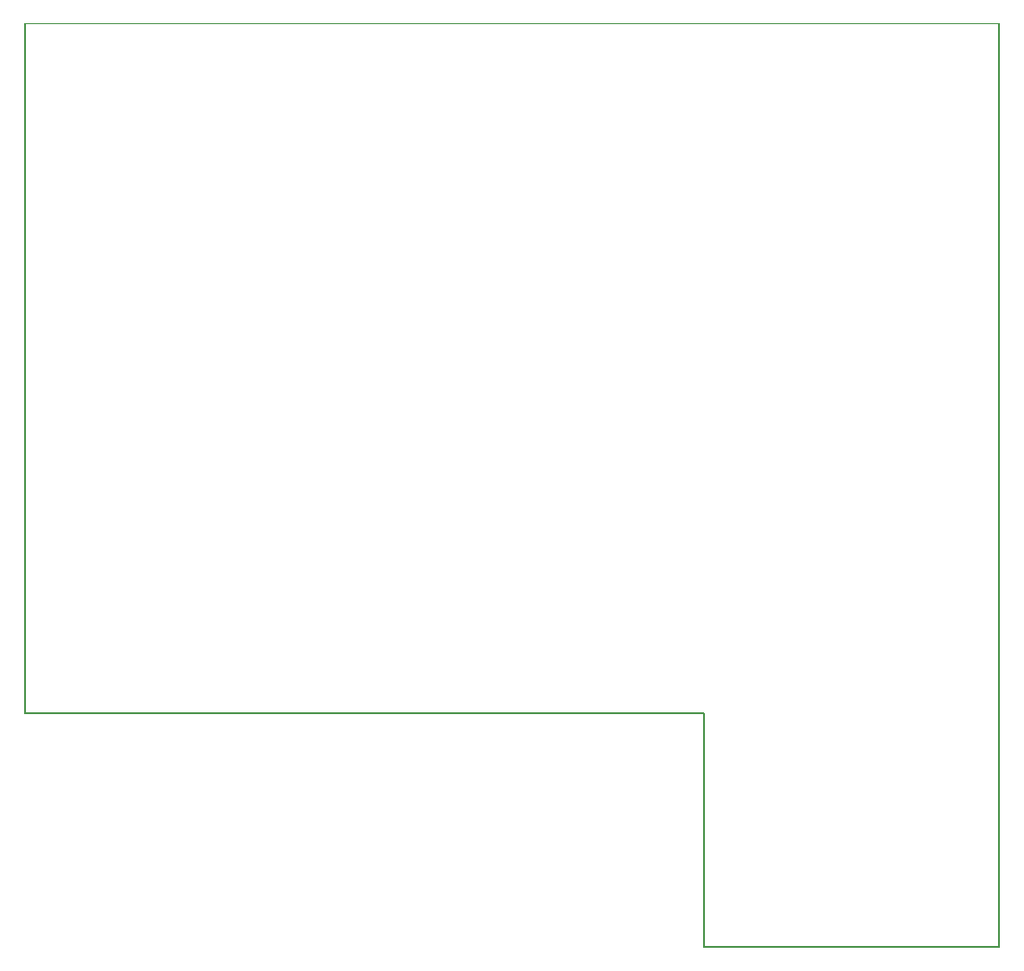
<source format=gko>
G04 Layer_Color=16711935*
%FSAX24Y24*%
%MOIN*%
G70*
G01*
G75*
%ADD43C,0.0050*%
%ADD44C,0.0010*%
D43*
X000000Y000000D02*
Y033200D01*
X-035000Y008400D02*
Y033200D01*
Y008400D02*
X-011450D01*
X-010600D01*
Y000000D02*
Y008400D01*
Y000000D02*
X000000D01*
D44*
X-035000Y033200D02*
X000000D01*
M02*

</source>
